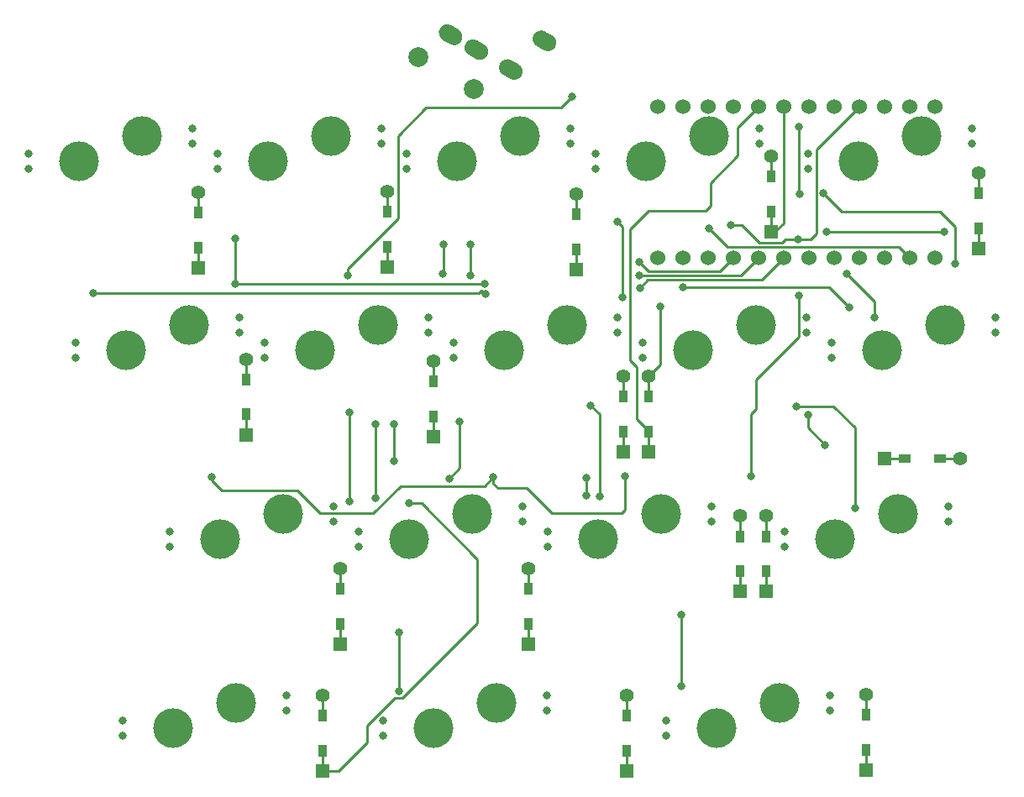
<source format=gbr>
G04 #@! TF.GenerationSoftware,KiCad,Pcbnew,(5.1.6-0-10_14)*
G04 #@! TF.CreationDate,2022-04-19T23:27:22+09:00*
G04 #@! TF.ProjectId,cool936,636f6f6c-3933-4362-9e6b-696361645f70,rev?*
G04 #@! TF.SameCoordinates,Original*
G04 #@! TF.FileFunction,Copper,L1,Top*
G04 #@! TF.FilePolarity,Positive*
%FSLAX46Y46*%
G04 Gerber Fmt 4.6, Leading zero omitted, Abs format (unit mm)*
G04 Created by KiCad (PCBNEW (5.1.6-0-10_14)) date 2022-04-19 23:27:22*
%MOMM*%
%LPD*%
G01*
G04 APERTURE LIST*
G04 #@! TA.AperFunction,ViaPad*
%ADD10C,0.800000*%
G04 #@! TD*
G04 #@! TA.AperFunction,ViaPad*
%ADD11C,4.000000*%
G04 #@! TD*
G04 #@! TA.AperFunction,SMDPad,CuDef*
%ADD12R,0.950000X1.300000*%
G04 #@! TD*
G04 #@! TA.AperFunction,ComponentPad*
%ADD13C,1.397000*%
G04 #@! TD*
G04 #@! TA.AperFunction,ComponentPad*
%ADD14R,1.397000X1.397000*%
G04 #@! TD*
G04 #@! TA.AperFunction,ComponentPad*
%ADD15C,2.000000*%
G04 #@! TD*
G04 #@! TA.AperFunction,ComponentPad*
%ADD16C,1.524000*%
G04 #@! TD*
G04 #@! TA.AperFunction,SMDPad,CuDef*
%ADD17R,1.300000X0.950000*%
G04 #@! TD*
G04 #@! TA.AperFunction,Conductor*
%ADD18C,0.250000*%
G04 #@! TD*
G04 APERTURE END LIST*
D10*
X221932500Y-33782000D03*
X205422500Y-36322000D03*
X221932500Y-32258000D03*
X205422500Y-34798000D03*
D11*
X210502500Y-35560000D03*
X216852500Y-33020000D03*
D10*
X240982500Y-33782000D03*
X224472500Y-36322000D03*
X240982500Y-32258000D03*
X224472500Y-34798000D03*
D11*
X229552500Y-35560000D03*
X235902500Y-33020000D03*
D10*
X252888500Y-52832000D03*
X236378500Y-55372000D03*
X252888500Y-51308000D03*
X236378500Y-53848000D03*
D11*
X241458500Y-54610000D03*
X247808500Y-52070000D03*
D10*
X188595000Y4318000D03*
X172085000Y1778000D03*
X188595000Y5842000D03*
X172085000Y3302000D03*
D11*
X177165000Y2540000D03*
X183515000Y5080000D03*
D12*
X232390000Y-53365000D03*
D13*
X232390000Y-51330000D03*
D14*
X232390000Y-58950000D03*
D12*
X232390000Y-56915000D03*
D10*
X231457500Y-14732000D03*
X214947500Y-17272000D03*
X231457500Y-13208000D03*
X214947500Y-15748000D03*
D11*
X220027500Y-16510000D03*
X226377500Y-13970000D03*
D10*
X198120000Y-52832000D03*
X181610000Y-55372000D03*
X198120000Y-51308000D03*
X181610000Y-53848000D03*
D11*
X186690000Y-54610000D03*
X193040000Y-52070000D03*
D10*
X267175999Y4318000D03*
X250665999Y1778000D03*
X267175999Y5842000D03*
X250665999Y3302000D03*
D11*
X255745999Y2540000D03*
X262095999Y5080000D03*
D15*
X217014583Y9775000D03*
X211385417Y13025000D03*
D10*
X202882500Y-33782000D03*
X186372500Y-36322000D03*
X202882500Y-32258000D03*
X186372500Y-34798000D03*
D11*
X191452500Y-35560000D03*
X197802500Y-33020000D03*
D10*
X207645000Y4318000D03*
X191135000Y1778000D03*
X207645000Y5842000D03*
X191135000Y3302000D03*
D11*
X196215000Y2540000D03*
X202565000Y5080000D03*
D10*
X226695000Y4318000D03*
X210185000Y1778000D03*
X226695000Y5842000D03*
X210185000Y3302000D03*
D11*
X215265000Y2540000D03*
X221615000Y5080000D03*
D10*
X245745000Y4318000D03*
X229235000Y1778000D03*
X245745000Y5842000D03*
X229235000Y3302000D03*
D11*
X234315000Y2540000D03*
X240665000Y5080000D03*
D10*
X193357500Y-14732000D03*
X176847500Y-17272000D03*
X193357500Y-13208000D03*
X176847500Y-15748000D03*
D11*
X181927500Y-16510000D03*
X188277500Y-13970000D03*
D10*
X212407500Y-14732000D03*
X195897500Y-17272000D03*
X212407500Y-13208000D03*
X195897500Y-15748000D03*
D11*
X200977500Y-16510000D03*
X207327500Y-13970000D03*
D10*
X250507500Y-14732000D03*
X233997500Y-17272000D03*
X250507500Y-13208000D03*
X233997500Y-15748000D03*
D11*
X239077500Y-16510000D03*
X245427500Y-13970000D03*
D10*
X269557500Y-14732000D03*
X253047500Y-17272000D03*
X269557500Y-13208000D03*
X253047500Y-15748000D03*
D11*
X258127500Y-16510000D03*
X264477500Y-13970000D03*
D16*
X263438000Y-7201400D03*
X260898000Y-7201400D03*
X258358000Y-7201400D03*
X255818000Y-7201400D03*
X253278000Y-7201400D03*
X250738000Y-7201400D03*
X248198000Y-7201400D03*
X245658000Y-7201400D03*
X243118000Y-7201400D03*
X240578000Y-7201400D03*
X238038000Y-7201400D03*
X235498000Y-7201400D03*
X235498000Y8018600D03*
X238038000Y8018600D03*
X240578000Y8018600D03*
X243118000Y8018600D03*
X245658000Y8018600D03*
X248198000Y8018600D03*
X250738000Y8018600D03*
X253278000Y8018600D03*
X255818000Y8018600D03*
X258358000Y8018600D03*
X260898000Y8018600D03*
X263438000Y8018600D03*
D17*
X260415000Y-27450000D03*
D14*
X258380000Y-27450000D03*
D13*
X266000000Y-27450000D03*
D17*
X263965000Y-27450000D03*
D10*
X224314000Y-52832000D03*
X207804000Y-55372000D03*
X224314000Y-51308000D03*
X207804000Y-53848000D03*
D11*
X212884000Y-54610000D03*
X219234000Y-52070000D03*
D12*
X246980000Y-2565000D03*
D14*
X246980000Y-4600000D03*
D13*
X246980000Y3020000D03*
D12*
X246980000Y985000D03*
D10*
X264795500Y-33782000D03*
X248285500Y-36322000D03*
X264795500Y-32258000D03*
X248285500Y-34798000D03*
D11*
X253365500Y-35560000D03*
X259715500Y-33020000D03*
D12*
X243780000Y-38825000D03*
D14*
X243780000Y-40860000D03*
D13*
X243780000Y-33240000D03*
D12*
X243780000Y-35275000D03*
X201760000Y-56865000D03*
D14*
X201760000Y-58900000D03*
D13*
X201760000Y-51280000D03*
D12*
X201760000Y-53315000D03*
X232080000Y-24715000D03*
D14*
X232080000Y-26750000D03*
D13*
X232080000Y-19130000D03*
D12*
X232080000Y-21165000D03*
X194010000Y-22995000D03*
D14*
X194010000Y-25030000D03*
D13*
X194010000Y-17410000D03*
D12*
X194010000Y-19445000D03*
X222500000Y-44145000D03*
D14*
X222500000Y-46180000D03*
D13*
X222500000Y-38560000D03*
D12*
X222500000Y-40595000D03*
X246430000Y-38825000D03*
D14*
X246430000Y-40860000D03*
D13*
X246430000Y-33240000D03*
D12*
X246430000Y-35275000D03*
X203500000Y-44115000D03*
D14*
X203500000Y-46150000D03*
D13*
X203500000Y-38530000D03*
D12*
X203500000Y-40565000D03*
G04 #@! TA.AperFunction,ComponentPad*
G36*
G01*
X224187690Y15604775D02*
X224880510Y15204775D01*
G75*
G02*
X225191632Y14043653I-425000J-736122D01*
G01*
X225191632Y14043653D01*
G75*
G02*
X224030510Y13732531I-736122J425000D01*
G01*
X223337690Y14132531D01*
G75*
G02*
X223026568Y15293653I425000J736122D01*
G01*
X223026568Y15293653D01*
G75*
G02*
X224187690Y15604775I736122J-425000D01*
G01*
G37*
G04 #@! TD.AperFunction*
G04 #@! TA.AperFunction,ComponentPad*
G36*
G01*
X220788652Y12717469D02*
X221481472Y12317469D01*
G75*
G02*
X221792594Y11156347I-425000J-736122D01*
G01*
X221792594Y11156347D01*
G75*
G02*
X220631472Y10845225I-736122J425000D01*
G01*
X219938652Y11245225D01*
G75*
G02*
X219627530Y12406347I425000J736122D01*
G01*
X219627530Y12406347D01*
G75*
G02*
X220788652Y12717469I736122J-425000D01*
G01*
G37*
G04 #@! TD.AperFunction*
G04 #@! TA.AperFunction,ComponentPad*
G36*
G01*
X217324550Y14717469D02*
X218017370Y14317469D01*
G75*
G02*
X218328492Y13156347I-425000J-736122D01*
G01*
X218328492Y13156347D01*
G75*
G02*
X217167370Y12845225I-736122J425000D01*
G01*
X216474550Y13245225D01*
G75*
G02*
X216163428Y14406347I425000J736122D01*
G01*
X216163428Y14406347D01*
G75*
G02*
X217324550Y14717469I736122J-425000D01*
G01*
G37*
G04 #@! TD.AperFunction*
G04 #@! TA.AperFunction,ComponentPad*
G36*
G01*
X214726474Y16217469D02*
X215419294Y15817469D01*
G75*
G02*
X215730416Y14656347I-425000J-736122D01*
G01*
X215730416Y14656347D01*
G75*
G02*
X214569294Y14345225I-736122J425000D01*
G01*
X213876474Y14745225D01*
G75*
G02*
X213565352Y15906347I425000J736122D01*
G01*
X213565352Y15906347D01*
G75*
G02*
X214726474Y16217469I736122J-425000D01*
G01*
G37*
G04 #@! TD.AperFunction*
X212880000Y-23185000D03*
D14*
X212880000Y-25220000D03*
D13*
X212880000Y-17600000D03*
D12*
X212880000Y-19635000D03*
X227340000Y-6325000D03*
D14*
X227340000Y-8360000D03*
D13*
X227340000Y-740000D03*
D12*
X227340000Y-2775000D03*
X267830000Y-4255000D03*
D14*
X267830000Y-6290000D03*
D13*
X267830000Y1330000D03*
D12*
X267830000Y-705000D03*
X208240000Y-6065000D03*
D14*
X208240000Y-8100000D03*
D13*
X208240000Y-480000D03*
D12*
X208240000Y-2515000D03*
X189180000Y-6195000D03*
D14*
X189180000Y-8230000D03*
D13*
X189180000Y-610000D03*
D12*
X189180000Y-2645000D03*
X234570000Y-24695000D03*
D14*
X234570000Y-26730000D03*
D13*
X234570000Y-19110000D03*
D12*
X234570000Y-21145000D03*
X256480000Y-56850000D03*
D14*
X256480000Y-58885000D03*
D13*
X256480000Y-51265000D03*
D12*
X256480000Y-53300000D03*
D10*
X235760000Y-12140000D03*
X252550000Y-4600000D03*
X264420000Y-4600000D03*
X249791501Y-768499D03*
X254570000Y-8840000D03*
X257350000Y-13210000D03*
X249780000Y6020000D03*
X207080000Y-31419999D03*
X207080000Y-23960000D03*
X210460000Y-31950000D03*
X204310000Y-8955000D03*
X226890000Y9060000D03*
X252370000Y-26070000D03*
X250640000Y-23020000D03*
X208930000Y-23950000D03*
X213940000Y-5850000D03*
X213860000Y-8840000D03*
X208970000Y-27730000D03*
X249650000Y-5325000D03*
X249780000Y-11040000D03*
X244910000Y-29230000D03*
X190570000Y-29340000D03*
X218930000Y-29340000D03*
X232200000Y-29210000D03*
X242880000Y-3880000D03*
X240710000Y-4280000D03*
X214490000Y-29490000D03*
X215570000Y-23710000D03*
X228320000Y-29350000D03*
X228330000Y-31150010D03*
X233740000Y-10220000D03*
X218140000Y-10880000D03*
X178652500Y-10747500D03*
X192970000Y-9810000D03*
X233700000Y-8970000D03*
X204440000Y-22820000D03*
X209450000Y-50860000D03*
X209460000Y-44950000D03*
X204410000Y-31760000D03*
X218120000Y-9800000D03*
X192970000Y-5260000D03*
X229640000Y-31240000D03*
X233630000Y-7600000D03*
X216650000Y-5880000D03*
X237890000Y-43210000D03*
X216650000Y-8960000D03*
X237880000Y-50360000D03*
X228770000Y-22100000D03*
X255380000Y-32440000D03*
X249520000Y-22200000D03*
X231980000Y-11210000D03*
X231450000Y-3560000D03*
X254830000Y-12190000D03*
X238060000Y-10150000D03*
X252230000Y-710000D03*
X265530000Y-7840000D03*
D18*
X189180000Y-610000D02*
X189180000Y-2645000D01*
X208240000Y-480000D02*
X208240000Y-2515000D01*
X227340000Y-740000D02*
X227340000Y-2775000D01*
X246980000Y3020000D02*
X246980000Y985000D01*
X194010000Y-17410000D02*
X194010000Y-19445000D01*
X212880000Y-19635000D02*
X212880000Y-17600000D01*
X232080000Y-19130000D02*
X232080000Y-21165000D01*
X235760000Y-17920000D02*
X235760000Y-12140000D01*
X234570000Y-19110000D02*
X235760000Y-17920000D01*
X234570000Y-21145000D02*
X234570000Y-19110000D01*
X263965000Y-27450000D02*
X266000000Y-27450000D01*
X203500000Y-38530000D02*
X203500000Y-40565000D01*
X222500000Y-40595000D02*
X222500000Y-38560000D01*
X243780000Y-35275000D02*
X243780000Y-33240000D01*
X201760000Y-51280000D02*
X201760000Y-53315000D01*
X267830000Y1330000D02*
X267830000Y-705000D01*
X256480000Y-51265000D02*
X256480000Y-53300000D01*
X246430000Y-33240000D02*
X246430000Y-35275000D01*
X232390000Y-51330000D02*
X232390000Y-53365000D01*
X189180000Y-8230000D02*
X189180000Y-6195000D01*
X227340000Y-6325000D02*
X227340000Y-8360000D01*
X246980000Y-4600000D02*
X246980000Y-2565000D01*
X267830000Y-4255000D02*
X267830000Y-6290000D01*
X252550000Y-4600000D02*
X264420000Y-4600000D01*
X208240000Y-6065000D02*
X208240000Y-8100000D01*
X248198000Y-3722000D02*
X247320000Y-4600000D01*
X247320000Y-4600000D02*
X246980000Y-4600000D01*
X248198000Y8018600D02*
X248198000Y-3722000D01*
X233380000Y-18220000D02*
X232705001Y-17545001D01*
X212880000Y-25220000D02*
X212880000Y-23185000D01*
X233380000Y-23440000D02*
X233380000Y-18220000D01*
X245658000Y8018600D02*
X243590000Y5950600D01*
X234570000Y-24695000D02*
X234570000Y-24630000D01*
X240830000Y350000D02*
X240830000Y-1980000D01*
X234570000Y-24630000D02*
X233380000Y-23440000D01*
X234590000Y-2470000D02*
X240340000Y-2470000D01*
X243590000Y5170000D02*
X243590000Y3110000D01*
X232705001Y-17545001D02*
X232705001Y-4354999D01*
X232705001Y-4354999D02*
X234590000Y-2470000D01*
X243590000Y5950600D02*
X243590000Y5170000D01*
X240830000Y-1980000D02*
X240340000Y-2470000D01*
X243590000Y5590600D02*
X243590000Y5170000D01*
X232080000Y-24715000D02*
X232080000Y-26750000D01*
X258380000Y-27450000D02*
X260415000Y-27450000D01*
X243590000Y3110000D02*
X240830000Y350000D01*
X234570000Y-26730000D02*
X234570000Y-24695000D01*
X194010000Y-22995000D02*
X194010000Y-25030000D01*
X249780000Y-756998D02*
X249791501Y-768499D01*
X222500000Y-44145000D02*
X222500000Y-46180000D01*
X203500000Y-44115000D02*
X203500000Y-46150000D01*
X243780000Y-40860000D02*
X243780000Y-38825000D01*
X257350000Y-13210000D02*
X257350000Y-11620000D01*
X246430000Y-38825000D02*
X246430000Y-40860000D01*
X257350000Y-11620000D02*
X254570000Y-8840000D01*
X249780000Y6020000D02*
X249780000Y-756998D01*
X217360000Y-37560000D02*
X211750000Y-31950000D01*
X211750000Y-31950000D02*
X210460000Y-31950000D01*
X207080000Y-23960000D02*
X207080000Y-31620000D01*
X201760000Y-58900000D02*
X203370000Y-58900000D01*
X204310000Y-8284998D02*
X204310000Y-8955000D01*
X206190000Y-54388998D02*
X208993997Y-51585001D01*
X217360000Y-44023002D02*
X217360000Y-37560000D01*
X209798001Y-51585001D02*
X217360000Y-44023002D01*
X209340000Y-3254998D02*
X204310000Y-8284998D01*
X212170000Y7920000D02*
X209340000Y5090000D01*
X203370000Y-58900000D02*
X206190000Y-56080000D01*
X209340000Y5090000D02*
X209340000Y-3254998D01*
X206190000Y-56080000D02*
X206190000Y-54388998D01*
X208993997Y-51585001D02*
X209798001Y-51585001D01*
X225750000Y7920000D02*
X212170000Y7920000D01*
X226890000Y9060000D02*
X225750000Y7920000D01*
X256480000Y-56850000D02*
X256480000Y-58885000D01*
X232390000Y-56915000D02*
X232390000Y-58950000D01*
X201760000Y-56865000D02*
X201760000Y-58900000D01*
X250640000Y-24340000D02*
X252370000Y-26070000D01*
X250640000Y-23020000D02*
X250640000Y-24340000D01*
X208930000Y-23950000D02*
X208930000Y-27690000D01*
X208930000Y-27690000D02*
X208970000Y-27730000D01*
X213940000Y-8760000D02*
X213860000Y-8840000D01*
X213940000Y-5850000D02*
X213940000Y-8760000D01*
X248060000Y-5640000D02*
X248375000Y-5325000D01*
X248375000Y-5325000D02*
X249650000Y-5325000D01*
X245780000Y-5640000D02*
X248060000Y-5640000D01*
X249650000Y-5325000D02*
X250935000Y-5325000D01*
X250935000Y-5325000D02*
X251504999Y-4755001D01*
X249782499Y-11667501D02*
X249780000Y-11665002D01*
X249780000Y-11665002D02*
X249780000Y-11040000D01*
X245410000Y-19500000D02*
X249782499Y-15127501D01*
X249782499Y-15127501D02*
X249782499Y-11667501D01*
X245410000Y-22430000D02*
X245410000Y-19500000D01*
X244910000Y-22930000D02*
X245410000Y-22430000D01*
X244910000Y-29230000D02*
X244910000Y-22930000D01*
X191604999Y-30694999D02*
X190570000Y-29660000D01*
X190570000Y-29660000D02*
X190570000Y-29340000D01*
X201503001Y-32983001D02*
X199214999Y-30694999D01*
X199214999Y-30694999D02*
X191604999Y-30694999D01*
X209595001Y-30215001D02*
X206827001Y-32983001D01*
X206827001Y-32983001D02*
X201503001Y-32983001D01*
X218930000Y-29340000D02*
X218054999Y-30215001D01*
X218054999Y-30215001D02*
X209595001Y-30215001D01*
X219405010Y-30425010D02*
X218930000Y-29950000D01*
X218930000Y-29950000D02*
X218930000Y-29340000D01*
X224863001Y-32983001D02*
X222305010Y-30425010D01*
X222305010Y-30425010D02*
X219405010Y-30425010D01*
X232200000Y-32630000D02*
X231846999Y-32983001D01*
X231846999Y-32983001D02*
X224863001Y-32983001D01*
X232200000Y-29210000D02*
X232200000Y-32630000D01*
X242880000Y-3880000D02*
X244020000Y-3880000D01*
X244020000Y-3880000D02*
X245780000Y-5640000D01*
X251504999Y3095001D02*
X251504999Y-4755001D01*
X251504999Y3345599D02*
X251504999Y3095001D01*
X251504999Y3705599D02*
X251504999Y3095001D01*
X255818000Y8018600D02*
X251504999Y3705599D01*
X259786610Y-6090010D02*
X260898000Y-7201400D01*
X260938000Y-7088000D02*
X260938000Y-7521400D01*
X242520010Y-6090010D02*
X259786610Y-6090010D01*
X240710000Y-4280000D02*
X242520010Y-6090010D01*
X215570000Y-23710000D02*
X215570000Y-28410000D01*
X215570000Y-28410000D02*
X214490000Y-29490000D01*
X228330000Y-31150010D02*
X228330000Y-29360000D01*
X228330000Y-29360000D02*
X228320000Y-29350000D01*
X217730000Y-10470000D02*
X217452500Y-10747500D01*
X245979390Y-9420010D02*
X245670010Y-9420010D01*
X234539990Y-9420010D02*
X233740000Y-10220000D01*
X248198000Y-7201400D02*
X245979390Y-9420010D01*
X245670010Y-9420010D02*
X234539990Y-9420010D01*
X218140000Y-10880000D02*
X217730000Y-10470000D01*
X217452500Y-10747500D02*
X178652500Y-10747500D01*
X209450000Y-50860000D02*
X209450000Y-44960000D01*
X204440000Y-31730000D02*
X204410000Y-31760000D01*
X192980000Y-9800000D02*
X192970000Y-9810000D01*
X192970000Y-5260000D02*
X192970000Y-9810000D01*
X243550000Y-8970000D02*
X233700000Y-8970000D01*
X204440000Y-22820000D02*
X204440000Y-31730000D01*
X218120000Y-9800000D02*
X192980000Y-9800000D01*
X243889400Y-8970000D02*
X243550000Y-8970000D01*
X209450000Y-44960000D02*
X209460000Y-44950000D01*
X245658000Y-7201400D02*
X243889400Y-8970000D01*
X228770000Y-22100000D02*
X229640000Y-22970000D01*
X234549990Y-8519990D02*
X233630000Y-7600000D01*
X216650000Y-5880000D02*
X216650000Y-8960000D01*
X229640000Y-22970000D02*
X229640000Y-31240000D01*
X241799410Y-8519990D02*
X234549990Y-8519990D01*
X237890000Y-43210000D02*
X237890000Y-50350000D01*
X243118000Y-7201400D02*
X242838000Y-7201400D01*
X243118000Y-7201400D02*
X241799410Y-8519990D01*
X237890000Y-50350000D02*
X237880000Y-50360000D01*
X255370000Y-32430000D02*
X255380000Y-32440000D01*
X255380000Y-24340000D02*
X255380000Y-32440000D01*
X249540000Y-22180000D02*
X249520000Y-22200000D01*
X253220000Y-22180000D02*
X255380000Y-24340000D01*
X231450000Y-3560000D02*
X231980000Y-4090000D01*
X231980000Y-4090000D02*
X231980000Y-11210000D01*
X253220000Y-22180000D02*
X249540000Y-22180000D01*
X264010000Y-2530000D02*
X254050000Y-2530000D01*
X265530000Y-4050000D02*
X264010000Y-2530000D01*
X265530000Y-7840000D02*
X265530000Y-7840000D01*
X254050000Y-2530000D02*
X252230000Y-710000D01*
X250930000Y-10150000D02*
X251310000Y-10150000D01*
X252790000Y-10150000D02*
X250930000Y-10150000D01*
X265530000Y-7840000D02*
X265530000Y-4050000D01*
X254830000Y-12190000D02*
X252790000Y-10150000D01*
X238060000Y-10150000D02*
X250930000Y-10150000D01*
M02*

</source>
